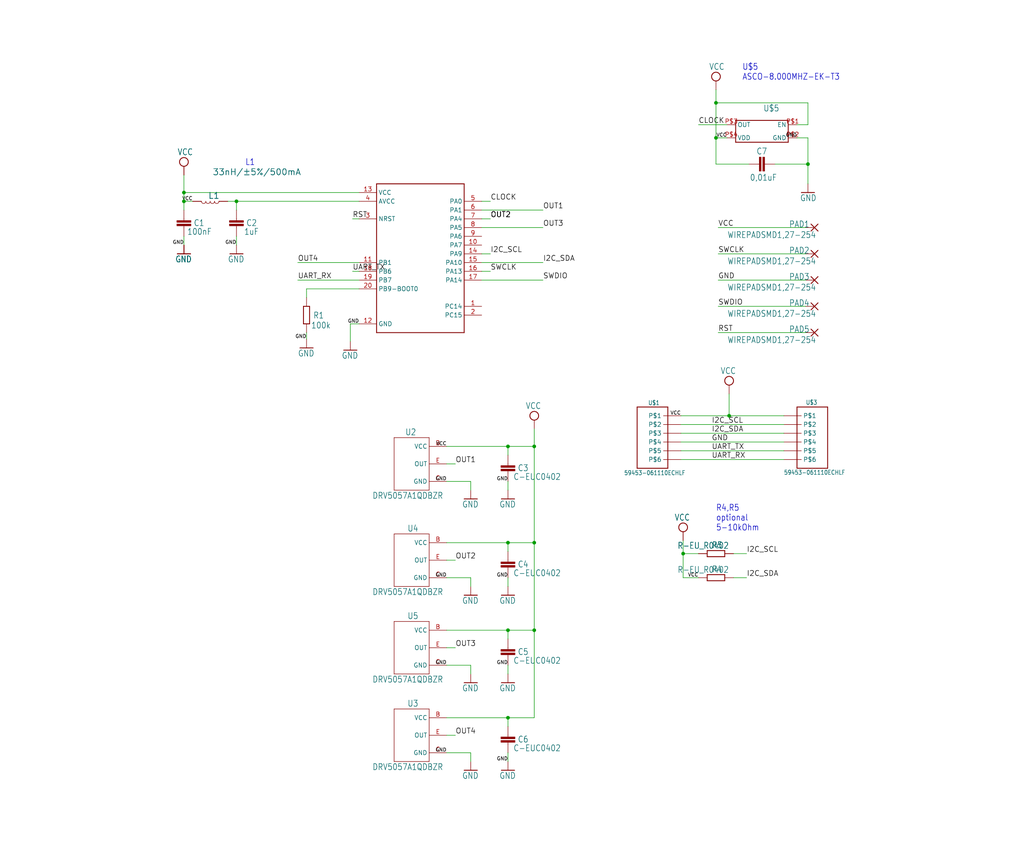
<source format=kicad_sch>
(kicad_sch (version 20210621) (generator eeschema)
  (paper "User" 297.002 247.269)
  (lib_symbols
    (symbol "Magnetic Finger SMALL Ampheol-eagle-import:59453-061110ECHLF"
      (property "Value" "59453-061110ECHLF" (at 5.08 -15.24 0))
      (symbol "59453-061110ECHLF_1_0"
        (polyline (pts (xy 3.81 -12.7) (xy 12.7 -12.7)) (stroke (width 0.254)))
        (polyline (pts (xy 3.81 5.08) (xy 3.81 -12.7)) (stroke (width 0.254)))
        (polyline (pts (xy 12.7 -12.7) (xy 12.7 5.08)) (stroke (width 0.254)))
        (polyline (pts (xy 12.7 5.08) (xy 3.81 5.08)) (stroke (width 0.254)))
        (pin bidirectional line (at 0 2.54 0) (length 5.08) (name "P$1") (number "P$1"))
        (pin bidirectional line (at 0 0 0) (length 5.08) (name "P$2") (number "P$2"))
        (pin bidirectional line (at 0 -2.54 0) (length 5.08) (name "P$3") (number "P$3"))
        (pin bidirectional line (at 0 -5.08 0) (length 5.08) (name "P$4") (number "P$4"))
        (pin bidirectional line (at 0 -7.62 0) (length 5.08) (name "P$5") (number "P$5"))
        (pin bidirectional line (at 0 -10.16 0) (length 5.08) (name "P$6") (number "P$6"))
      )
    )
    (symbol "Magnetic Finger SMALL Ampheol-eagle-import:ASCO-8.000MHZ-EK-T3"
      (symbol "ASCO-8.000MHZ-EK-T3_1_0"
        (polyline (pts (xy 2.54 -3.81) (xy 2.54 2.54)) (stroke (width 0.254)))
        (polyline (pts (xy 2.54 2.54) (xy 17.78 2.54)) (stroke (width 0.254)))
        (polyline (pts (xy 17.78 -3.81) (xy 2.54 -3.81)) (stroke (width 0.254)))
        (polyline (pts (xy 17.78 2.54) (xy 17.78 -3.81)) (stroke (width 0.254)))
        (pin bidirectional line (at 0 1.27 0) (length 2.54) (name "EN") (number "P$1"))
        (pin bidirectional line (at 0 -2.54 0) (length 2.54) (name "GND") (number "P$2"))
        (pin bidirectional line (at 20.32 1.27 180) (length 2.54) (name "OUT") (number "P$3"))
        (pin bidirectional line (at 20.32 -2.54 180) (length 2.54) (name "VDD") (number "P$4"))
      )
    )
    (symbol "Magnetic Finger SMALL Ampheol-eagle-import:C-EUC0402"
      (property "Reference" "C" (at 1.524 0.381 0))
      (property "Value" "C-EUC0402" (at 1.524 -4.699 0))
      (symbol "C-EUC0402_1_0"
        (rectangle (start -2.032 -2.032) (end 2.032 -1.524) (fill (type outline)))
        (rectangle (start -2.032 -1.016) (end 2.032 -0.508) (fill (type outline)))
        (polyline (pts (xy 0 -2.54) (xy 0 -2.032)) (stroke (width 0.1524)))
        (polyline (pts (xy 0 0) (xy 0 -0.508)) (stroke (width 0.1524)))
        (pin passive line (at 0 2.54 270) (length 2.54) (name "1") (number "1"))
        (pin passive line (at 0 -5.08 90) (length 2.54) (name "2") (number "2"))
      )
    )
    (symbol "Magnetic Finger SMALL Ampheol-eagle-import:DRV5057A1QDBZR"
      (property "Reference" "U" (at -5.08 8.89 0))
      (property "Value" "DRV5057A1QDBZR" (at -5.08 -10.16 0))
      (symbol "DRV5057A1QDBZR_1_0"
        (polyline (pts (xy -5.08 -7.62) (xy -5.08 7.62)) (stroke (width 0.1524)))
        (polyline (pts (xy -5.08 7.62) (xy 5.08 7.62)) (stroke (width 0.1524)))
        (polyline (pts (xy 5.08 -7.62) (xy -5.08 -7.62)) (stroke (width 0.1524)))
        (polyline (pts (xy 5.08 7.62) (xy 5.08 -7.62)) (stroke (width 0.1524)))
        (pin power_in line (at 10.16 5.08 180) (length 5.08) (name "VCC") (number "B"))
        (pin power_in line (at 10.16 -5.08 180) (length 5.08) (name "GND") (number "C"))
        (pin output line (at 10.16 0 180) (length 5.08) (name "OUT") (number "E"))
      )
    )
    (symbol "Magnetic Finger SMALL Ampheol-eagle-import:GND" (power)
      (property "Value" "GND" (at -2.54 -2.54 0))
      (symbol "GND_1_0"
        (polyline (pts (xy -1.905 0) (xy 1.905 0)) (stroke (width 0.254)))
        (pin power_in line (at 0 2.54 270) (length 2.54) (name "GND") (number "1"))
      )
    )
    (symbol "Magnetic Finger SMALL Ampheol-eagle-import:INDUCTOR-0603-33NH"
      (property "Reference" "L" (at 1.27 2.54 0))
      (property "Value" "INDUCTOR-0603-33NH" (at 1.27 -2.54 0))
      (symbol "INDUCTOR-0603-33NH_1_0"
        (arc (start 0 -2.54) (end 0 -1.27) (radius (at 0 -1.905) (length 0.635) (angles -89.9 89.9)) (stroke (width 0.1524)))
        (arc (start 0 -1.27) (end 0 0) (radius (at 0 -0.635) (length 0.635) (angles -89.9 89.9)) (stroke (width 0.1524)))
        (arc (start 0 0) (end 0 1.27) (radius (at 0 0.635) (length 0.635) (angles -89.9 89.9)) (stroke (width 0.1524)))
        (arc (start 0 1.27) (end 0 2.54) (radius (at 0 1.905) (length 0.635) (angles -89.9 89.9)) (stroke (width 0.1524)))
        (pin passive line (at 0 5.08 270) (length 2.54) (name "1") (number "1"))
        (pin passive line (at 0 -5.08 90) (length 2.54) (name "2") (number "2"))
      )
    )
    (symbol "Magnetic Finger SMALL Ampheol-eagle-import:R-EU_R0402"
      (property "Reference" "R" (at -3.81 1.4986 0))
      (property "Value" "R-EU_R0402" (at -3.81 -3.302 0))
      (symbol "R-EU_R0402_1_0"
        (polyline (pts (xy -2.54 -0.889) (xy -2.54 0.889)) (stroke (width 0.254)))
        (polyline (pts (xy -2.54 -0.889) (xy 2.54 -0.889)) (stroke (width 0.254)))
        (polyline (pts (xy 2.54 -0.889) (xy 2.54 0.889)) (stroke (width 0.254)))
        (polyline (pts (xy 2.54 0.889) (xy -2.54 0.889)) (stroke (width 0.254)))
        (pin passive line (at -5.08 0 0) (length 2.54) (name "1") (number "1"))
        (pin passive line (at 5.08 0 180) (length 2.54) (name "2") (number "2"))
      )
    )
    (symbol "Magnetic Finger SMALL Ampheol-eagle-import:STM32L011F4"
      (symbol "STM32L011F4_1_0"
        (polyline (pts (xy -12.7 -22.86) (xy -12.7 20.32)) (stroke (width 0.254)))
        (polyline (pts (xy -12.7 20.32) (xy 12.7 20.32)) (stroke (width 0.254)))
        (polyline (pts (xy 12.7 -22.86) (xy -12.7 -22.86)) (stroke (width 0.254)))
        (polyline (pts (xy 12.7 20.32) (xy 12.7 -22.86)) (stroke (width 0.254)))
        (pin bidirectional line (at 17.78 -15.24 180) (length 5.08) (name "PC14") (number "1"))
        (pin bidirectional line (at 17.78 2.54 180) (length 5.08) (name "PA7") (number "10"))
        (pin bidirectional line (at -17.78 -2.54 0) (length 5.08) (name "PB1") (number "11"))
        (pin bidirectional line (at -17.78 -20.32 0) (length 5.08) (name "GND") (number "12"))
        (pin bidirectional line (at -17.78 17.78 0) (length 5.08) (name "VCC") (number "13"))
        (pin bidirectional line (at 17.78 0 180) (length 5.08) (name "PA9") (number "14"))
        (pin bidirectional line (at 17.78 -2.54 180) (length 5.08) (name "PA10") (number "15"))
        (pin bidirectional line (at 17.78 -5.08 180) (length 5.08) (name "PA13") (number "16"))
        (pin bidirectional line (at 17.78 -7.62 180) (length 5.08) (name "PA14") (number "17"))
        (pin bidirectional line (at -17.78 -5.08 0) (length 5.08) (name "PB6") (number "18"))
        (pin bidirectional line (at -17.78 -7.62 0) (length 5.08) (name "PB7") (number "19"))
        (pin bidirectional line (at 17.78 -17.78 180) (length 5.08) (name "PC15") (number "2"))
        (pin bidirectional line (at -17.78 -10.16 0) (length 5.08) (name "PB9-BOOT0") (number "20"))
        (pin bidirectional line (at -17.78 10.16 0) (length 5.08) (name "NRST") (number "3"))
        (pin bidirectional line (at -17.78 15.24 0) (length 5.08) (name "AVCC") (number "4"))
        (pin bidirectional line (at 17.78 15.24 180) (length 5.08) (name "PA0") (number "5"))
        (pin bidirectional line (at 17.78 12.7 180) (length 5.08) (name "PA1") (number "6"))
        (pin bidirectional line (at 17.78 10.16 180) (length 5.08) (name "PA4") (number "7"))
        (pin bidirectional line (at 17.78 7.62 180) (length 5.08) (name "PA5") (number "8"))
        (pin bidirectional line (at 17.78 5.08 180) (length 5.08) (name "PA6") (number "9"))
      )
    )
    (symbol "Magnetic Finger SMALL Ampheol-eagle-import:VCC" (power)
      (property "Value" "VCC" (at -1.905 3.175 0))
      (symbol "VCC_1_0"
        (circle (center 0 1.27) (radius 1.27) (stroke (width 0.254)))
        (pin power_in line (at 0 -2.54 90) (length 2.54) (name "VCC") (number "1"))
      )
    )
    (symbol "Magnetic Finger SMALL Ampheol-eagle-import:WIREPADSMD1,27-254"
      (property "Reference" "PAD" (at -1.143 1.8542 0))
      (property "Value" "WIREPADSMD1,27-254" (at -1.143 -3.302 0))
      (symbol "WIREPADSMD1,27-254_1_0"
        (polyline (pts (xy -1.016 -1.016) (xy 1.016 1.016)) (stroke (width 0.254)))
        (polyline (pts (xy -1.016 1.016) (xy 1.016 -1.016)) (stroke (width 0.254)))
        (pin passive line (at 2.54 0 180) (length 2.54) (name "P") (number "1"))
      )
    )
  )
  (junction (at 53.34 55.88))
  (junction (at 53.34 58.42))
  (junction (at 68.58 58.42))
  (junction (at 147.32 129.54))
  (junction (at 147.32 157.48))
  (junction (at 147.32 182.88))
  (junction (at 147.32 208.28))
  (junction (at 154.94 129.54))
  (junction (at 154.94 157.48))
  (junction (at 154.94 182.88))
  (junction (at 198.12 160.655))
  (junction (at 207.645 29.845))
  (junction (at 207.645 40.005))
  (junction (at 211.455 120.65))
  (junction (at 234.315 47.625))
  (wire (pts (xy 53.34 55.88) (xy 53.34 50.8)))
  (wire (pts (xy 53.34 58.42) (xy 53.34 55.88)))
  (wire (pts (xy 53.34 58.42) (xy 53.34 60.96)))
  (wire (pts (xy 53.34 71.12) (xy 53.34 68.58)))
  (wire (pts (xy 55.88 58.42) (xy 53.34 58.42)))
  (wire (pts (xy 66.04 58.42) (xy 68.58 58.42)))
  (wire (pts (xy 68.58 58.42) (xy 104.14 58.42)))
  (wire (pts (xy 68.58 60.96) (xy 68.58 58.42)))
  (wire (pts (xy 68.58 71.12) (xy 68.58 68.58)))
  (wire (pts (xy 88.9 83.82) (xy 88.9 86.36)))
  (wire (pts (xy 88.9 98.425) (xy 88.9 96.52)))
  (wire (pts (xy 101.6 93.98) (xy 101.6 99.06)))
  (wire (pts (xy 104.14 55.88) (xy 53.34 55.88)))
  (wire (pts (xy 104.14 63.5) (xy 102.235 63.5)))
  (wire (pts (xy 104.14 76.2) (xy 86.36 76.2)))
  (wire (pts (xy 104.14 78.74) (xy 102.235 78.74)))
  (wire (pts (xy 104.14 81.28) (xy 86.36 81.28)))
  (wire (pts (xy 104.14 83.82) (xy 88.9 83.82)))
  (wire (pts (xy 104.14 93.98) (xy 101.6 93.98)))
  (wire (pts (xy 129.54 129.54) (xy 147.32 129.54)))
  (wire (pts (xy 129.54 134.62) (xy 132.08 134.62)))
  (wire (pts (xy 129.54 139.7) (xy 136.525 139.7)))
  (wire (pts (xy 129.54 162.56) (xy 132.08 162.56)))
  (wire (pts (xy 129.54 167.64) (xy 136.525 167.64)))
  (wire (pts (xy 129.54 187.96) (xy 132.08 187.96)))
  (wire (pts (xy 129.54 193.04) (xy 136.525 193.04)))
  (wire (pts (xy 129.54 213.36) (xy 132.08 213.36)))
  (wire (pts (xy 129.54 218.44) (xy 136.525 218.44)))
  (wire (pts (xy 136.525 139.7) (xy 136.525 142.24)))
  (wire (pts (xy 136.525 167.64) (xy 136.525 170.18)))
  (wire (pts (xy 136.525 193.04) (xy 136.525 195.58)))
  (wire (pts (xy 136.525 218.44) (xy 136.525 220.98)))
  (wire (pts (xy 139.7 58.42) (xy 142.24 58.42)))
  (wire (pts (xy 139.7 60.96) (xy 157.48 60.96)))
  (wire (pts (xy 139.7 63.5) (xy 142.24 63.5)))
  (wire (pts (xy 139.7 66.04) (xy 157.48 66.04)))
  (wire (pts (xy 139.7 73.66) (xy 142.24 73.66)))
  (wire (pts (xy 139.7 76.2) (xy 157.48 76.2)))
  (wire (pts (xy 139.7 78.74) (xy 142.24 78.74)))
  (wire (pts (xy 139.7 81.28) (xy 157.48 81.28)))
  (wire (pts (xy 147.32 129.54) (xy 147.32 132.08)))
  (wire (pts (xy 147.32 129.54) (xy 154.94 129.54)))
  (wire (pts (xy 147.32 139.7) (xy 147.32 142.24)))
  (wire (pts (xy 147.32 157.48) (xy 129.54 157.48)))
  (wire (pts (xy 147.32 157.48) (xy 147.32 160.02)))
  (wire (pts (xy 147.32 167.64) (xy 147.32 170.18)))
  (wire (pts (xy 147.32 182.88) (xy 129.54 182.88)))
  (wire (pts (xy 147.32 182.88) (xy 147.32 185.42)))
  (wire (pts (xy 147.32 193.04) (xy 147.32 195.58)))
  (wire (pts (xy 147.32 208.28) (xy 129.54 208.28)))
  (wire (pts (xy 147.32 208.28) (xy 147.32 210.82)))
  (wire (pts (xy 147.32 220.98) (xy 147.32 218.44)))
  (wire (pts (xy 154.94 129.54) (xy 154.94 124.46)))
  (wire (pts (xy 154.94 129.54) (xy 154.94 157.48)))
  (wire (pts (xy 154.94 157.48) (xy 147.32 157.48)))
  (wire (pts (xy 154.94 157.48) (xy 154.94 182.88)))
  (wire (pts (xy 154.94 182.88) (xy 147.32 182.88)))
  (wire (pts (xy 154.94 182.88) (xy 154.94 208.28)))
  (wire (pts (xy 154.94 208.28) (xy 147.32 208.28)))
  (wire (pts (xy 197.485 120.65) (xy 211.455 120.65)))
  (wire (pts (xy 197.485 123.19) (xy 227.33 123.19)))
  (wire (pts (xy 197.485 128.27) (xy 227.33 128.27)))
  (wire (pts (xy 197.485 133.35) (xy 227.33 133.35)))
  (wire (pts (xy 198.12 156.845) (xy 198.12 160.655)))
  (wire (pts (xy 198.12 160.655) (xy 202.565 160.655)))
  (wire (pts (xy 198.12 167.64) (xy 198.12 160.655)))
  (wire (pts (xy 202.565 167.64) (xy 198.12 167.64)))
  (wire (pts (xy 207.645 29.845) (xy 207.645 26.035)))
  (wire (pts (xy 207.645 40.005) (xy 207.645 29.845)))
  (wire (pts (xy 207.645 47.625) (xy 207.645 40.005)))
  (wire (pts (xy 210.82 36.195) (xy 202.565 36.195)))
  (wire (pts (xy 210.82 40.005) (xy 207.645 40.005)))
  (wire (pts (xy 211.455 114.3) (xy 211.455 120.65)))
  (wire (pts (xy 211.455 120.65) (xy 227.33 120.65)))
  (wire (pts (xy 212.725 160.655) (xy 216.535 160.655)))
  (wire (pts (xy 212.725 167.64) (xy 216.535 167.64)))
  (wire (pts (xy 217.17 47.625) (xy 207.645 47.625)))
  (wire (pts (xy 224.79 47.625) (xy 234.315 47.625)))
  (wire (pts (xy 227.33 125.73) (xy 197.485 125.73)))
  (wire (pts (xy 227.33 130.81) (xy 197.485 130.81)))
  (wire (pts (xy 231.14 36.195) (xy 234.315 36.195)))
  (wire (pts (xy 231.14 40.005) (xy 234.315 40.005)))
  (wire (pts (xy 233.68 66.04) (xy 208.28 66.04)))
  (wire (pts (xy 233.68 73.66) (xy 208.28 73.66)))
  (wire (pts (xy 233.68 81.28) (xy 208.28 81.28)))
  (wire (pts (xy 233.68 88.9) (xy 208.28 88.9)))
  (wire (pts (xy 233.68 96.52) (xy 208.28 96.52)))
  (wire (pts (xy 234.315 29.845) (xy 207.645 29.845)))
  (wire (pts (xy 234.315 36.195) (xy 234.315 29.845)))
  (wire (pts (xy 234.315 40.005) (xy 234.315 47.625)))
  (wire (pts (xy 234.315 47.625) (xy 234.315 53.34)))
  (text "L1" (at 71.12 48.26 180) (effects (font (size 1.778 1.5113)) (justify left bottom)))
  (text "R4,R5\noptional\n5-10kOhm" (at 207.645 154.305 180) (effects (font (size 1.778 1.5113)) (justify left bottom)))
  (text "U$5\nASCO-8.000MHZ-EK-T3" (at 215.265 23.495 180) (effects (font (size 1.778 1.5113)) (justify left bottom)))
  (label "GND" (at 53.34 71.12 180) (effects (font (size 1.016 1.016))))
  (label "VCC" (at 55.88 58.42 180) (effects (font (size 1.016 1.016))))
  (label "GND" (at 68.58 71.12 180) (effects (font (size 1.016 1.016))))
  (label "OUT4" (at 86.36 76.2 0) (effects (font (size 1.5113 1.5113))))
  (label "UART_RX" (at 86.36 81.28 0) (effects (font (size 1.5113 1.5113))))
  (label "GND" (at 88.9 98.425 180) (effects (font (size 1.016 1.016))))
  (label "RST" (at 102.235 63.5 0) (effects (font (size 1.5113 1.5113))))
  (label "UART_TX" (at 102.235 78.74 0) (effects (font (size 1.5113 1.5113))))
  (label "GND" (at 104.14 93.98 180) (effects (font (size 1.016 1.016))))
  (label "VCC" (at 129.54 129.54 180) (effects (font (size 1.016 1.016))))
  (label "GND" (at 129.54 139.7 180) (effects (font (size 1.016 1.016))))
  (label "GND" (at 129.54 167.64 180) (effects (font (size 1.016 1.016))))
  (label "GND" (at 129.54 193.04 180) (effects (font (size 1.016 1.016))))
  (label "GND" (at 129.54 218.44 180) (effects (font (size 1.016 1.016))))
  (label "OUT1" (at 132.08 134.62 0) (effects (font (size 1.5113 1.5113))))
  (label "OUT2" (at 132.08 162.56 0) (effects (font (size 1.5113 1.5113))))
  (label "OUT3" (at 132.08 187.96 0) (effects (font (size 1.5113 1.5113))))
  (label "OUT4" (at 132.08 213.36 0) (effects (font (size 1.5113 1.5113))))
  (label "CLOCK" (at 142.24 58.42 0) (effects (font (size 1.5113 1.5113))))
  (label "OUT2" (at 142.24 63.5 0) (effects (font (size 1.5113 1.5113))))
  (label "OUT2" (at 142.24 63.5 0) (effects (font (size 1.5113 1.5113))))
  (label "OUT2" (at 142.24 63.5 0) (effects (font (size 1.5113 1.5113))))
  (label "I2C_SCL" (at 142.24 73.66 0) (effects (font (size 1.5113 1.5113))))
  (label "SWCLK" (at 142.24 78.74 0) (effects (font (size 1.5113 1.5113))))
  (label "GND" (at 147.32 139.7 180) (effects (font (size 1.016 1.016))))
  (label "GND" (at 147.32 167.64 180) (effects (font (size 1.016 1.016))))
  (label "GND" (at 147.32 193.04 180) (effects (font (size 1.016 1.016))))
  (label "GND" (at 147.32 220.98 180) (effects (font (size 1.016 1.016))))
  (label "OUT1" (at 157.48 60.96 0) (effects (font (size 1.5113 1.5113))))
  (label "OUT3" (at 157.48 66.04 0) (effects (font (size 1.5113 1.5113))))
  (label "I2C_SDA" (at 157.48 76.2 0) (effects (font (size 1.5113 1.5113))))
  (label "SWDIO" (at 157.48 81.28 0) (effects (font (size 1.5113 1.5113))))
  (label "VCC" (at 197.485 120.65 180) (effects (font (size 1.016 1.016))))
  (label "CLOCK" (at 202.565 36.195 0) (effects (font (size 1.5113 1.5113))))
  (label "VCC" (at 202.565 167.64 180) (effects (font (size 1.016 1.016))))
  (label "I2C_SCL" (at 206.375 123.19 0) (effects (font (size 1.5113 1.5113))))
  (label "I2C_SDA" (at 206.375 125.73 0) (effects (font (size 1.5113 1.5113))))
  (label "GND" (at 206.375 128.27 0) (effects (font (size 1.5113 1.5113))))
  (label "UART_TX" (at 206.375 130.81 0) (effects (font (size 1.5113 1.5113))))
  (label "UART_RX" (at 206.375 133.35 0) (effects (font (size 1.5113 1.5113))))
  (label "VCC" (at 208.28 66.04 0) (effects (font (size 1.5113 1.5113))))
  (label "SWCLK" (at 208.28 73.66 0) (effects (font (size 1.5113 1.5113))))
  (label "GND" (at 208.28 81.28 0) (effects (font (size 1.5113 1.5113))))
  (label "SWDIO" (at 208.28 88.9 0) (effects (font (size 1.5113 1.5113))))
  (label "RST" (at 208.28 96.52 0) (effects (font (size 1.5113 1.5113))))
  (label "VCC" (at 210.82 40.005 180) (effects (font (size 1.016 1.016))))
  (label "I2C_SCL" (at 216.535 160.655 0) (effects (font (size 1.5113 1.5113))))
  (label "I2C_SDA" (at 216.535 167.64 0) (effects (font (size 1.5113 1.5113))))
  (label "GND" (at 231.14 40.005 180) (effects (font (size 1.016 1.016))))
  (symbol (lib_id "Magnetic Finger SMALL Ampheol-eagle-import:WIREPADSMD1,27-254") (at 236.22 66.04 180) (unit 1)
    (property "Reference" "PAD1" (at 234.823 64.0842 0) (effects (font (size 1.778 1.5113)) (justify left bottom)))
    (property "Value" "WIREPADSMD1,27-254" (at 236.728 67.183 0) (effects (font (size 1.778 1.5113)) (justify left bottom)))
    (property "Footprint" "SMD1,27-2,54" (effects hide))
  )
  (symbol (lib_id "Magnetic Finger SMALL Ampheol-eagle-import:WIREPADSMD1,27-254") (at 236.22 73.66 180) (unit 1)
    (property "Reference" "PAD2" (at 234.823 71.7042 0) (effects (font (size 1.778 1.5113)) (justify left bottom)))
    (property "Value" "WIREPADSMD1,27-254" (at 236.728 74.803 0) (effects (font (size 1.778 1.5113)) (justify left bottom)))
    (property "Footprint" "SMD1,27-2,54" (effects hide))
  )
  (symbol (lib_id "Magnetic Finger SMALL Ampheol-eagle-import:WIREPADSMD1,27-254") (at 236.22 81.28 180) (unit 1)
    (property "Reference" "PAD3" (at 234.823 79.3242 0) (effects (font (size 1.778 1.5113)) (justify left bottom)))
    (property "Value" "WIREPADSMD1,27-254" (at 236.728 82.423 0) (effects (font (size 1.778 1.5113)) (justify left bottom)))
    (property "Footprint" "SMD1,27-2,54" (effects hide))
  )
  (symbol (lib_id "Magnetic Finger SMALL Ampheol-eagle-import:WIREPADSMD1,27-254") (at 236.22 88.9 180) (unit 1)
    (property "Reference" "PAD4" (at 234.823 86.9442 0) (effects (font (size 1.778 1.5113)) (justify left bottom)))
    (property "Value" "WIREPADSMD1,27-254" (at 236.728 90.043 0) (effects (font (size 1.778 1.5113)) (justify left bottom)))
    (property "Footprint" "SMD1,27-2,54" (effects hide))
  )
  (symbol (lib_id "Magnetic Finger SMALL Ampheol-eagle-import:WIREPADSMD1,27-254") (at 236.22 96.52 180) (unit 1)
    (property "Reference" "PAD5" (at 234.823 94.5642 0) (effects (font (size 1.778 1.5113)) (justify left bottom)))
    (property "Value" "WIREPADSMD1,27-254" (at 236.728 97.663 0) (effects (font (size 1.778 1.5113)) (justify left bottom)))
    (property "Footprint" "SMD1,27-2,54" (effects hide))
  )
  (symbol (lib_id "Magnetic Finger SMALL Ampheol-eagle-import:INDUCTOR-0603-33NH") (at 60.96 58.42 270) (unit 1)
    (property "Reference" "L1" (at 60.325 57.785 90) (effects (font (size 1.778 1.778)) (justify left bottom)))
    (property "Value" "33nH/±5%/500mA" (at 61.595 48.895 90) (effects (font (size 1.778 1.778)) (justify left top)))
    (property "Footprint" "0603" (effects hide))
  )
  (symbol (lib_id "Magnetic Finger SMALL Ampheol-eagle-import:GND") (at 53.34 73.66 0) (unit 1)
    (property "Reference" "#GND1" (effects hide))
    (property "Value" "GND" (at 50.8 76.2 0) (effects (font (size 1.778 1.5113)) (justify left bottom)))
  )
  (symbol (lib_id "Magnetic Finger SMALL Ampheol-eagle-import:GND") (at 53.34 73.66 0) (unit 1)
    (property "Reference" "#GND2" (effects hide))
    (property "Value" "GND" (at 50.8 76.2 0) (effects (font (size 1.778 1.5113)) (justify left bottom)))
  )
  (symbol (lib_id "Magnetic Finger SMALL Ampheol-eagle-import:GND") (at 68.58 73.66 0) (unit 1)
    (property "Reference" "#GND3" (effects hide))
    (property "Value" "GND" (at 66.04 76.2 0) (effects (font (size 1.778 1.5113)) (justify left bottom)))
  )
  (symbol (lib_id "Magnetic Finger SMALL Ampheol-eagle-import:GND") (at 88.9 100.965 0) (unit 1)
    (property "Reference" "#GND15" (effects hide))
    (property "Value" "GND" (at 86.36 103.505 0) (effects (font (size 1.778 1.5113)) (justify left bottom)))
  )
  (symbol (lib_id "Magnetic Finger SMALL Ampheol-eagle-import:GND") (at 101.6 101.6 0) (unit 1)
    (property "Reference" "#GND12" (effects hide))
    (property "Value" "GND" (at 99.06 104.14 0) (effects (font (size 1.778 1.5113)) (justify left bottom)))
  )
  (symbol (lib_id "Magnetic Finger SMALL Ampheol-eagle-import:GND") (at 136.525 144.78 0) (unit 1)
    (property "Reference" "#GND11" (effects hide))
    (property "Value" "GND" (at 133.985 147.32 0) (effects (font (size 1.778 1.5113)) (justify left bottom)))
  )
  (symbol (lib_id "Magnetic Finger SMALL Ampheol-eagle-import:GND") (at 136.525 172.72 0) (unit 1)
    (property "Reference" "#GND9" (effects hide))
    (property "Value" "GND" (at 133.985 175.26 0) (effects (font (size 1.778 1.5113)) (justify left bottom)))
  )
  (symbol (lib_id "Magnetic Finger SMALL Ampheol-eagle-import:GND") (at 136.525 198.12 0) (unit 1)
    (property "Reference" "#GND7" (effects hide))
    (property "Value" "GND" (at 133.985 200.66 0) (effects (font (size 1.778 1.5113)) (justify left bottom)))
  )
  (symbol (lib_id "Magnetic Finger SMALL Ampheol-eagle-import:GND") (at 136.525 223.52 0) (unit 1)
    (property "Reference" "#GND4" (effects hide))
    (property "Value" "GND" (at 133.985 226.06 0) (effects (font (size 1.778 1.5113)) (justify left bottom)))
  )
  (symbol (lib_id "Magnetic Finger SMALL Ampheol-eagle-import:GND") (at 147.32 144.78 0) (unit 1)
    (property "Reference" "#GND10" (effects hide))
    (property "Value" "GND" (at 144.78 147.32 0) (effects (font (size 1.778 1.5113)) (justify left bottom)))
  )
  (symbol (lib_id "Magnetic Finger SMALL Ampheol-eagle-import:GND") (at 147.32 172.72 0) (unit 1)
    (property "Reference" "#GND8" (effects hide))
    (property "Value" "GND" (at 144.78 175.26 0) (effects (font (size 1.778 1.5113)) (justify left bottom)))
  )
  (symbol (lib_id "Magnetic Finger SMALL Ampheol-eagle-import:GND") (at 147.32 198.12 0) (unit 1)
    (property "Reference" "#GND6" (effects hide))
    (property "Value" "GND" (at 144.78 200.66 0) (effects (font (size 1.778 1.5113)) (justify left bottom)))
  )
  (symbol (lib_id "Magnetic Finger SMALL Ampheol-eagle-import:GND") (at 147.32 223.52 0) (unit 1)
    (property "Reference" "#GND5" (effects hide))
    (property "Value" "GND" (at 144.78 226.06 0) (effects (font (size 1.778 1.5113)) (justify left bottom)))
  )
  (symbol (lib_id "Magnetic Finger SMALL Ampheol-eagle-import:GND") (at 234.315 55.88 0) (mirror y) (unit 1)
    (property "Reference" "#GND13" (effects hide))
    (property "Value" "GND" (at 236.855 58.42 0) (effects (font (size 1.778 1.5113)) (justify left bottom)))
  )
  (symbol (lib_id "Magnetic Finger SMALL Ampheol-eagle-import:VCC") (at 53.34 48.26 0) (unit 1)
    (property "Reference" "#SUPPLY1" (effects hide))
    (property "Value" "VCC" (at 51.435 45.085 0) (effects (font (size 1.778 1.5113)) (justify left bottom)))
  )
  (symbol (lib_id "Magnetic Finger SMALL Ampheol-eagle-import:VCC") (at 154.94 121.92 0) (unit 1)
    (property "Reference" "#SUPPLY2" (effects hide))
    (property "Value" "VCC" (at 152.4 118.745 0) (effects (font (size 1.778 1.5113)) (justify left bottom)))
  )
  (symbol (lib_id "Magnetic Finger SMALL Ampheol-eagle-import:VCC") (at 198.12 154.305 0) (unit 1)
    (property "Reference" "#SUPPLY5" (effects hide))
    (property "Value" "VCC" (at 195.58 151.13 0) (effects (font (size 1.778 1.5113)) (justify left bottom)))
  )
  (symbol (lib_id "Magnetic Finger SMALL Ampheol-eagle-import:VCC") (at 207.645 23.495 0) (mirror y) (unit 1)
    (property "Reference" "#SUPPLY4" (effects hide))
    (property "Value" "VCC" (at 210.185 20.32 0) (effects (font (size 1.778 1.5113)) (justify left bottom)))
  )
  (symbol (lib_id "Magnetic Finger SMALL Ampheol-eagle-import:VCC") (at 211.455 111.76 0) (unit 1)
    (property "Reference" "#SUPPLY3" (effects hide))
    (property "Value" "VCC" (at 208.915 108.585 0) (effects (font (size 1.778 1.5113)) (justify left bottom)))
  )
  (symbol (lib_id "Magnetic Finger SMALL Ampheol-eagle-import:R-EU_R0402") (at 88.9 91.44 90) (unit 1)
    (property "Reference" "R1" (at 90.805 92.4814 90) (effects (font (size 1.778 1.5113)) (justify right top)))
    (property "Value" "100k" (at 90.17 95.377 90) (effects (font (size 1.778 1.5113)) (justify right top)))
    (property "Footprint" "R0402" (effects hide))
  )
  (symbol (lib_id "Magnetic Finger SMALL Ampheol-eagle-import:R-EU_R0402") (at 207.645 160.655 180) (unit 1)
    (property "Reference" "R5" (at 206.375 159.1564 0) (effects (font (size 1.778 1.5113)) (justify right top)))
    (property "Value" "R-EU_R0402" (at 211.455 157.353 0) (effects (font (size 1.778 1.5113)) (justify left bottom)))
    (property "Footprint" "R0402" (effects hide))
  )
  (symbol (lib_id "Magnetic Finger SMALL Ampheol-eagle-import:R-EU_R0402") (at 207.645 167.64 180) (unit 1)
    (property "Reference" "R4" (at 206.375 166.1414 0) (effects (font (size 1.778 1.5113)) (justify right top)))
    (property "Value" "R-EU_R0402" (at 211.455 164.338 0) (effects (font (size 1.778 1.5113)) (justify left bottom)))
    (property "Footprint" "R0402" (effects hide))
  )
  (symbol (lib_id "Magnetic Finger SMALL Ampheol-eagle-import:C-EUC0402") (at 53.34 63.5 0) (unit 1)
    (property "Reference" "C1" (at 56.134 65.659 0) (effects (font (size 1.778 1.5113)) (justify left bottom)))
    (property "Value" "100nF" (at 54.229 68.199 0) (effects (font (size 1.778 1.5113)) (justify left bottom)))
    (property "Footprint" "C0402" (effects hide))
  )
  (symbol (lib_id "Magnetic Finger SMALL Ampheol-eagle-import:C-EUC0402") (at 68.58 63.5 0) (unit 1)
    (property "Reference" "C2" (at 71.374 65.659 0) (effects (font (size 1.778 1.5113)) (justify left bottom)))
    (property "Value" "1uF" (at 70.739 68.199 0) (effects (font (size 1.778 1.5113)) (justify left bottom)))
    (property "Footprint" "C0402" (effects hide))
  )
  (symbol (lib_id "Magnetic Finger SMALL Ampheol-eagle-import:C-EUC0402") (at 147.32 134.62 0) (unit 1)
    (property "Reference" "C3" (at 150.114 136.779 0) (effects (font (size 1.778 1.5113)) (justify left bottom)))
    (property "Value" "C-EUC0402" (at 148.844 139.319 0) (effects (font (size 1.778 1.5113)) (justify left bottom)))
    (property "Footprint" "C0402" (effects hide))
  )
  (symbol (lib_id "Magnetic Finger SMALL Ampheol-eagle-import:C-EUC0402") (at 147.32 162.56 0) (unit 1)
    (property "Reference" "C4" (at 150.114 164.719 0) (effects (font (size 1.778 1.5113)) (justify left bottom)))
    (property "Value" "C-EUC0402" (at 148.844 167.259 0) (effects (font (size 1.778 1.5113)) (justify left bottom)))
    (property "Footprint" "C0402" (effects hide))
  )
  (symbol (lib_id "Magnetic Finger SMALL Ampheol-eagle-import:C-EUC0402") (at 147.32 187.96 0) (unit 1)
    (property "Reference" "C5" (at 150.114 190.119 0) (effects (font (size 1.778 1.5113)) (justify left bottom)))
    (property "Value" "C-EUC0402" (at 148.844 192.659 0) (effects (font (size 1.778 1.5113)) (justify left bottom)))
    (property "Footprint" "C0402" (effects hide))
  )
  (symbol (lib_id "Magnetic Finger SMALL Ampheol-eagle-import:C-EUC0402") (at 147.32 213.36 0) (unit 1)
    (property "Reference" "C6" (at 150.114 215.519 0) (effects (font (size 1.778 1.5113)) (justify left bottom)))
    (property "Value" "C-EUC0402" (at 148.844 218.059 0) (effects (font (size 1.778 1.5113)) (justify left bottom)))
    (property "Footprint" "C0402" (effects hide))
  )
  (symbol (lib_id "Magnetic Finger SMALL Ampheol-eagle-import:C-EUC0402") (at 222.25 47.625 270) (mirror x) (unit 1)
    (property "Reference" "C7" (at 219.329 42.926 90) (effects (font (size 1.778 1.5113)) (justify left bottom)))
    (property "Value" "0,01uF" (at 217.424 50.546 90) (effects (font (size 1.778 1.5113)) (justify left bottom)))
    (property "Footprint" "C0402" (effects hide))
  )
  (symbol (lib_id "Magnetic Finger SMALL Ampheol-eagle-import:ASCO-8.000MHZ-EK-T3") (at 231.14 37.465 0) (mirror y) (unit 1)
    (property "Reference" "U$5" (at 226.06 32.385 0) (effects (font (size 1.778 1.5113)) (justify left bottom)))
    (property "Value" "ASCO-8.000MHZ-EK-T3" (effects hide))
    (property "Footprint" "ASCO-8.000MHZ-EK-T3" (effects hide))
  )
  (symbol (lib_id "Magnetic Finger SMALL Ampheol-eagle-import:59453-061110ECHLF") (at 197.485 123.19 0) (mirror y) (unit 1)
    (property "Reference" "U$1" (at 187.96 116.205 0) (effects (font (size 1.27 1.0795)) (justify right top)))
    (property "Value" "59453-061110ECHLF" (at 180.975 136.525 0) (effects (font (size 1.27 1.0795)) (justify right top)))
    (property "Footprint" "59453-061110ECHLF" (effects hide))
  )
  (symbol (lib_id "Magnetic Finger SMALL Ampheol-eagle-import:59453-061110ECHLF") (at 227.33 123.19 0) (unit 1)
    (property "Reference" "U$3" (at 233.68 117.475 0) (effects (font (size 1.27 1.0795)) (justify left bottom)))
    (property "Value" "59453-061110ECHLF" (at 227.33 137.795 0) (effects (font (size 1.27 1.0795)) (justify left bottom)))
    (property "Footprint" "59453-061110ECHLF" (effects hide))
  )
  (symbol (lib_id "Magnetic Finger SMALL Ampheol-eagle-import:DRV5057A1QDBZR") (at 119.38 134.62 0) (unit 1)
    (property "Reference" "U2" (at 117.475 126.365 0) (effects (font (size 1.778 1.5113)) (justify left bottom)))
    (property "Value" "DRV5057A1QDBZR" (at 107.95 144.78 0) (effects (font (size 1.778 1.5113)) (justify left bottom)))
    (property "Footprint" "SOT23-BEC" (effects hide))
  )
  (symbol (lib_id "Magnetic Finger SMALL Ampheol-eagle-import:DRV5057A1QDBZR") (at 119.38 162.56 0) (unit 1)
    (property "Reference" "U4" (at 118.11 154.305 0) (effects (font (size 1.778 1.5113)) (justify left bottom)))
    (property "Value" "DRV5057A1QDBZR" (at 107.95 172.72 0) (effects (font (size 1.778 1.5113)) (justify left bottom)))
    (property "Footprint" "SOT23-BEC" (effects hide))
  )
  (symbol (lib_id "Magnetic Finger SMALL Ampheol-eagle-import:DRV5057A1QDBZR") (at 119.38 187.96 0) (unit 1)
    (property "Reference" "U5" (at 118.11 179.705 0) (effects (font (size 1.778 1.5113)) (justify left bottom)))
    (property "Value" "DRV5057A1QDBZR" (at 107.95 198.12 0) (effects (font (size 1.778 1.5113)) (justify left bottom)))
    (property "Footprint" "SOT23-BEC" (effects hide))
  )
  (symbol (lib_id "Magnetic Finger SMALL Ampheol-eagle-import:DRV5057A1QDBZR") (at 119.38 213.36 0) (unit 1)
    (property "Reference" "U3" (at 118.11 205.105 0) (effects (font (size 1.778 1.5113)) (justify left bottom)))
    (property "Value" "DRV5057A1QDBZR" (at 107.95 223.52 0) (effects (font (size 1.778 1.5113)) (justify left bottom)))
    (property "Footprint" "SOT23-BEC" (effects hide))
  )
  (symbol (lib_id "Magnetic Finger SMALL Ampheol-eagle-import:STM32L011F4") (at 121.92 73.66 0) (unit 1)
    (property "Reference" "U$2" (effects hide))
    (property "Value" "STM32L011F4" (effects hide))
    (property "Footprint" "QFN50P300X300X60-20N" (effects hide))
  )
)
</source>
